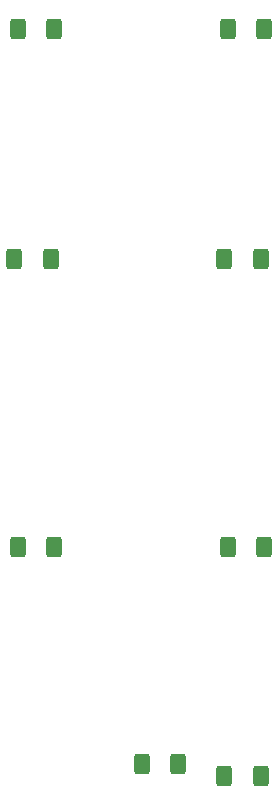
<source format=gbr>
%TF.GenerationSoftware,KiCad,Pcbnew,8.0.5*%
%TF.CreationDate,2025-02-25T23:02:00-05:00*%
%TF.ProjectId,gamepad,67616d65-7061-4642-9e6b-696361645f70,rev?*%
%TF.SameCoordinates,Original*%
%TF.FileFunction,Paste,Top*%
%TF.FilePolarity,Positive*%
%FSLAX46Y46*%
G04 Gerber Fmt 4.6, Leading zero omitted, Abs format (unit mm)*
G04 Created by KiCad (PCBNEW 8.0.5) date 2025-02-25 23:02:00*
%MOMM*%
%LPD*%
G01*
G04 APERTURE LIST*
G04 Aperture macros list*
%AMRoundRect*
0 Rectangle with rounded corners*
0 $1 Rounding radius*
0 $2 $3 $4 $5 $6 $7 $8 $9 X,Y pos of 4 corners*
0 Add a 4 corners polygon primitive as box body*
4,1,4,$2,$3,$4,$5,$6,$7,$8,$9,$2,$3,0*
0 Add four circle primitives for the rounded corners*
1,1,$1+$1,$2,$3*
1,1,$1+$1,$4,$5*
1,1,$1+$1,$6,$7*
1,1,$1+$1,$8,$9*
0 Add four rect primitives between the rounded corners*
20,1,$1+$1,$2,$3,$4,$5,0*
20,1,$1+$1,$4,$5,$6,$7,0*
20,1,$1+$1,$6,$7,$8,$9,0*
20,1,$1+$1,$8,$9,$2,$3,0*%
G04 Aperture macros list end*
%ADD10RoundRect,0.250000X-0.400000X-0.625000X0.400000X-0.625000X0.400000X0.625000X-0.400000X0.625000X0*%
G04 APERTURE END LIST*
D10*
%TO.C,R7*%
X104140000Y-76835000D03*
X107240000Y-76835000D03*
%TD*%
%TO.C,R5*%
X86360000Y-76835000D03*
X89460000Y-76835000D03*
%TD*%
%TO.C,R3*%
X104140000Y-120650000D03*
X107240000Y-120650000D03*
%TD*%
%TO.C,R2*%
X96875000Y-139065000D03*
X99975000Y-139065000D03*
%TD*%
%TO.C,R4*%
X103860000Y-140105000D03*
X106960000Y-140105000D03*
%TD*%
%TO.C,R1*%
X86360000Y-120650000D03*
X89460000Y-120650000D03*
%TD*%
%TO.C,R6*%
X86080000Y-96290000D03*
X89180000Y-96290000D03*
%TD*%
%TO.C,R8*%
X103860000Y-96290000D03*
X106960000Y-96290000D03*
%TD*%
M02*

</source>
